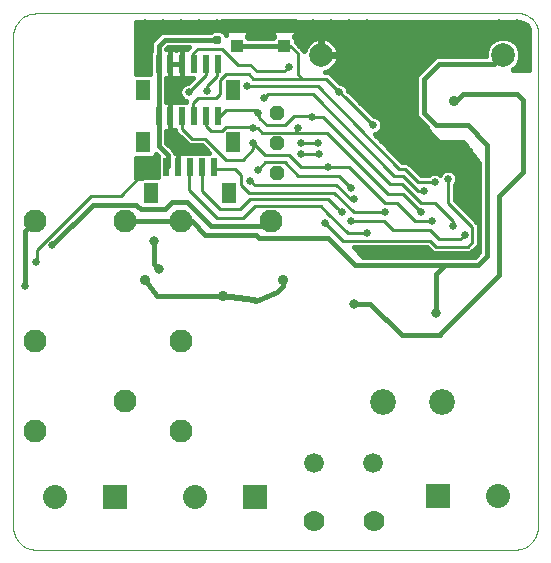
<source format=gtl>
G75*
%MOIN*%
%OFA0B0*%
%FSLAX24Y24*%
%IPPOS*%
%LPD*%
%AMOC8*
5,1,8,0,0,1.08239X$1,22.5*
%
%ADD10C,0.0000*%
%ADD11C,0.0787*%
%ADD12C,0.0860*%
%ADD13C,0.0660*%
%ADD14C,0.0700*%
%ADD15C,0.0768*%
%ADD16OC8,0.0480*%
%ADD17R,0.0800X0.0800*%
%ADD18C,0.0800*%
%ADD19R,0.0236X0.0610*%
%ADD20R,0.0472X0.0709*%
%ADD21R,0.0394X0.0394*%
%ADD22C,0.0310*%
%ADD23C,0.0160*%
%ADD24C,0.0250*%
%ADD25C,0.0450*%
%ADD26C,0.0100*%
%ADD27C,0.0356*%
%ADD28C,0.0317*%
%ADD29C,0.0180*%
%ADD30C,0.0200*%
D10*
X004460Y000876D02*
X004460Y017246D01*
X004462Y017300D01*
X004468Y017353D01*
X004477Y017405D01*
X004490Y017457D01*
X004507Y017508D01*
X004528Y017558D01*
X004552Y017605D01*
X004579Y017651D01*
X004610Y017695D01*
X004643Y017737D01*
X004680Y017776D01*
X004719Y017813D01*
X004761Y017846D01*
X004805Y017877D01*
X004851Y017904D01*
X004898Y017928D01*
X004948Y017949D01*
X004999Y017966D01*
X005051Y017979D01*
X005103Y017988D01*
X005156Y017994D01*
X005210Y017996D01*
X021202Y017996D01*
X021251Y018002D01*
X021300Y018004D01*
X021349Y018002D01*
X021398Y017997D01*
X021446Y017988D01*
X021494Y017975D01*
X021541Y017959D01*
X021586Y017940D01*
X021629Y017917D01*
X021671Y017891D01*
X021711Y017862D01*
X021748Y017830D01*
X021783Y017795D01*
X021815Y017758D01*
X021845Y017718D01*
X021871Y017677D01*
X021894Y017633D01*
X021914Y017588D01*
X021930Y017542D01*
X021943Y017494D01*
X021952Y017446D01*
X021952Y000876D01*
X021950Y000822D01*
X021944Y000769D01*
X021935Y000717D01*
X021922Y000665D01*
X021905Y000614D01*
X021884Y000564D01*
X021860Y000517D01*
X021833Y000471D01*
X021802Y000427D01*
X021769Y000385D01*
X021732Y000346D01*
X021693Y000309D01*
X021651Y000276D01*
X021607Y000245D01*
X021561Y000218D01*
X021514Y000194D01*
X021464Y000173D01*
X021413Y000156D01*
X021361Y000143D01*
X021309Y000134D01*
X021256Y000128D01*
X021202Y000126D01*
X005210Y000126D01*
X005156Y000128D01*
X005103Y000134D01*
X005051Y000143D01*
X004999Y000156D01*
X004948Y000173D01*
X004898Y000194D01*
X004851Y000218D01*
X004805Y000245D01*
X004761Y000276D01*
X004719Y000309D01*
X004680Y000346D01*
X004643Y000385D01*
X004610Y000427D01*
X004579Y000471D01*
X004552Y000517D01*
X004528Y000564D01*
X004507Y000614D01*
X004490Y000665D01*
X004477Y000717D01*
X004468Y000769D01*
X004462Y000822D01*
X004460Y000876D01*
D11*
X014728Y016613D03*
X020791Y016613D03*
D12*
X018744Y005038D03*
X016775Y005038D03*
D13*
X016444Y003026D03*
X014475Y003026D03*
D14*
X014480Y001076D03*
X016480Y001076D03*
D15*
X010050Y004076D03*
X008200Y005076D03*
X010050Y007076D03*
X010050Y011076D03*
X008200Y011076D03*
X005200Y011076D03*
X005200Y007076D03*
X005200Y004076D03*
X013050Y011076D03*
D16*
X013260Y012676D03*
X013260Y013676D03*
X013260Y014676D03*
D17*
X012510Y001876D03*
X007860Y001876D03*
X018610Y001926D03*
D18*
X020610Y001926D03*
X010510Y001876D03*
X005860Y001876D03*
D19*
X009572Y012876D03*
X009966Y012876D03*
X010360Y012876D03*
X010753Y012876D03*
X011147Y012876D03*
X011278Y014576D03*
X010884Y014576D03*
X010491Y014576D03*
X010097Y014576D03*
X009703Y014576D03*
X009310Y014576D03*
X009310Y016326D03*
X009703Y016326D03*
X010097Y016326D03*
X010491Y016326D03*
X010884Y016326D03*
X011278Y016326D03*
D20*
X011790Y015450D03*
X011790Y013700D03*
X011659Y012000D03*
X009060Y012000D03*
X008798Y013700D03*
X008798Y015450D03*
D21*
X011922Y016911D03*
X011922Y017541D03*
X013497Y017541D03*
X013497Y016911D03*
D22*
X011260Y017126D03*
D23*
X009510Y017126D01*
X009310Y016926D01*
X009310Y016326D01*
X009310Y014576D01*
X009310Y013576D01*
X009610Y013276D01*
X009610Y012913D01*
X009572Y012876D01*
X009572Y012963D01*
X009274Y012964D02*
X008540Y012964D01*
X008540Y012806D02*
X009274Y012806D01*
X009274Y012647D02*
X008540Y012647D01*
X008540Y012526D02*
X008540Y013165D01*
X009108Y013165D01*
X009214Y013271D01*
X009214Y013303D01*
X009274Y013243D01*
X009274Y012534D01*
X008750Y012534D01*
X008741Y012526D01*
X008540Y012526D01*
X008540Y013123D02*
X009274Y013123D01*
X009236Y013281D02*
X009214Y013281D01*
X009570Y013683D02*
X009570Y014090D01*
X009703Y014090D01*
X009703Y014576D01*
X009703Y015061D01*
X009570Y015061D01*
X009570Y015840D01*
X009703Y015840D01*
X009703Y016326D01*
X009703Y016811D01*
X009570Y016811D01*
X009570Y016818D01*
X009617Y016866D01*
X010324Y016866D01*
X010263Y016804D01*
X010239Y016811D01*
X010097Y016811D01*
X010097Y016326D01*
X010097Y016326D01*
X010097Y016811D01*
X009955Y016811D01*
X009909Y016798D01*
X009900Y016793D01*
X009891Y016798D01*
X009845Y016811D01*
X009703Y016811D01*
X009703Y016326D01*
X009703Y016326D01*
X010097Y016326D01*
X010097Y016326D01*
X009799Y016326D01*
X009703Y016326D01*
X009703Y016326D01*
X009703Y016326D01*
X009703Y015840D01*
X009845Y015840D01*
X009891Y015853D01*
X009900Y015858D01*
X009909Y015853D01*
X009955Y015840D01*
X010097Y015840D01*
X010239Y015840D01*
X010285Y015853D01*
X010298Y015840D01*
X010449Y015840D01*
X010289Y015681D01*
X010249Y015681D01*
X010137Y015634D01*
X010051Y015548D01*
X010005Y015436D01*
X010005Y015315D01*
X010051Y015203D01*
X010137Y015117D01*
X010230Y015079D01*
X010230Y015061D01*
X009904Y015061D01*
X009892Y015048D01*
X009891Y015048D01*
X009845Y015061D01*
X009703Y015061D01*
X009703Y014576D01*
X009703Y014576D01*
X009703Y014576D01*
X009703Y014090D01*
X009845Y014090D01*
X009867Y014096D01*
X009867Y014043D01*
X010180Y013730D01*
X010314Y013596D01*
X010764Y013596D01*
X010999Y013361D01*
X010954Y013361D01*
X010950Y013357D01*
X010946Y013361D01*
X010561Y013361D01*
X010556Y013357D01*
X010552Y013361D01*
X010167Y013361D01*
X010154Y013348D01*
X010153Y013348D01*
X010108Y013361D01*
X009966Y013361D01*
X009966Y012876D01*
X009966Y012876D01*
X009966Y013361D01*
X009856Y013361D01*
X009830Y013423D01*
X009757Y013496D01*
X009570Y013683D01*
X009570Y013757D02*
X010153Y013757D01*
X009995Y013915D02*
X009570Y013915D01*
X009570Y014074D02*
X009867Y014074D01*
X009703Y014232D02*
X009703Y014232D01*
X009703Y014391D02*
X009703Y014391D01*
X009703Y014549D02*
X009703Y014549D01*
X009703Y014708D02*
X009703Y014708D01*
X009703Y014866D02*
X009703Y014866D01*
X009703Y015025D02*
X009703Y015025D01*
X009570Y015183D02*
X010071Y015183D01*
X010005Y015342D02*
X009570Y015342D01*
X009570Y015500D02*
X010031Y015500D01*
X010196Y015659D02*
X009570Y015659D01*
X009570Y015817D02*
X010426Y015817D01*
X010285Y015853D02*
X010285Y015853D01*
X010097Y015840D02*
X010097Y016326D01*
X010097Y016326D01*
X010097Y015840D01*
X010097Y015976D02*
X010097Y015976D01*
X010097Y016134D02*
X010097Y016134D01*
X010097Y016293D02*
X010097Y016293D01*
X010097Y016451D02*
X010097Y016451D01*
X010097Y016610D02*
X010097Y016610D01*
X010097Y016768D02*
X010097Y016768D01*
X009703Y016768D02*
X009703Y016768D01*
X009703Y016610D02*
X009703Y016610D01*
X009703Y016451D02*
X009703Y016451D01*
X009703Y016293D02*
X009703Y016293D01*
X009703Y016134D02*
X009703Y016134D01*
X009703Y015976D02*
X009703Y015976D01*
X009011Y015984D02*
X008540Y015984D01*
X008540Y017716D01*
X011545Y017716D01*
X011545Y017559D01*
X011904Y017559D01*
X011904Y017522D01*
X011545Y017522D01*
X011545Y017320D01*
X011552Y017295D01*
X011544Y017315D01*
X011449Y017410D01*
X011326Y017461D01*
X011193Y017461D01*
X011070Y017410D01*
X011046Y017386D01*
X009458Y017386D01*
X009362Y017346D01*
X009089Y017073D01*
X009050Y016977D01*
X009050Y016743D01*
X009011Y016705D01*
X009011Y015984D01*
X009011Y016134D02*
X008540Y016134D01*
X008540Y016293D02*
X009011Y016293D01*
X009011Y016451D02*
X008540Y016451D01*
X008540Y016610D02*
X009011Y016610D01*
X009050Y016768D02*
X008540Y016768D01*
X008540Y016927D02*
X009050Y016927D01*
X009101Y017085D02*
X008540Y017085D01*
X008540Y017244D02*
X009260Y017244D01*
X008540Y017402D02*
X011062Y017402D01*
X011457Y017402D02*
X011545Y017402D01*
X011545Y017561D02*
X008540Y017561D01*
X011941Y017559D02*
X012299Y017559D01*
X012299Y017716D01*
X013120Y017716D01*
X013120Y017559D01*
X013478Y017559D01*
X013478Y017522D01*
X013120Y017522D01*
X013120Y017320D01*
X013132Y017274D01*
X013156Y017233D01*
X013164Y017226D01*
X013120Y017182D01*
X013120Y017171D01*
X012299Y017171D01*
X012299Y017182D01*
X012255Y017226D01*
X012263Y017233D01*
X012287Y017274D01*
X012299Y017320D01*
X012299Y017522D01*
X011941Y017522D01*
X011941Y017559D01*
X012299Y017561D02*
X013120Y017561D01*
X013120Y017402D02*
X012299Y017402D01*
X012269Y017244D02*
X013150Y017244D01*
X013497Y016911D02*
X011922Y016911D01*
X013515Y017522D02*
X013515Y017559D01*
X013874Y017559D01*
X013874Y017716D01*
X021168Y017716D01*
X021189Y017710D01*
X021223Y017716D01*
X021257Y017716D01*
X021268Y017720D01*
X021318Y017723D01*
X021461Y017688D01*
X021580Y017601D01*
X021657Y017475D01*
X021672Y017416D01*
X021672Y016126D01*
X021113Y016126D01*
X021116Y016127D01*
X021277Y016288D01*
X021365Y016499D01*
X021365Y016727D01*
X021277Y016938D01*
X021116Y017099D01*
X020905Y017187D01*
X020677Y017187D01*
X020466Y017099D01*
X020305Y016938D01*
X020217Y016727D01*
X020217Y016586D01*
X018608Y016586D01*
X018512Y016546D01*
X018012Y016046D01*
X017939Y015973D01*
X017900Y015877D01*
X017900Y014624D01*
X017939Y014528D01*
X018012Y014455D01*
X018260Y014208D01*
X018260Y014126D01*
X018660Y013726D01*
X019460Y013726D01*
X020000Y013006D01*
X020000Y010033D01*
X019852Y009886D01*
X016108Y009886D01*
X015839Y010196D01*
X018264Y010196D01*
X018464Y009996D01*
X019705Y009996D01*
X019840Y010130D01*
X019990Y010280D01*
X019990Y010971D01*
X019855Y011106D01*
X019190Y011771D01*
X019190Y012274D01*
X019218Y012303D01*
X019265Y012415D01*
X019265Y012536D01*
X019218Y012648D01*
X019132Y012734D01*
X019020Y012781D01*
X018899Y012781D01*
X018787Y012734D01*
X018701Y012648D01*
X018691Y012625D01*
X018682Y012634D01*
X018570Y012681D01*
X018449Y012681D01*
X018337Y012634D01*
X018308Y012606D01*
X018055Y012606D01*
X017740Y012921D01*
X017605Y013056D01*
X017406Y013056D01*
X016508Y013971D01*
X016520Y013971D01*
X016632Y014017D01*
X016718Y014103D01*
X016765Y014215D01*
X016765Y014336D01*
X016718Y014448D01*
X016632Y014534D01*
X016520Y014581D01*
X016480Y014581D01*
X015731Y015329D01*
X015730Y015341D01*
X015665Y015396D01*
X015635Y015426D01*
X015635Y015436D01*
X015588Y015548D01*
X015502Y015634D01*
X015390Y015681D01*
X015350Y015681D01*
X014975Y016056D01*
X014869Y016056D01*
X014948Y016081D01*
X015029Y016122D01*
X015102Y016175D01*
X015166Y016239D01*
X015219Y016312D01*
X015260Y016393D01*
X015288Y016479D01*
X015302Y016568D01*
X015302Y016585D01*
X014756Y016585D01*
X014756Y016641D01*
X014700Y016641D01*
X014700Y017187D01*
X014683Y017187D01*
X014594Y017173D01*
X014508Y017145D01*
X014427Y017104D01*
X014354Y017051D01*
X014290Y016987D01*
X014237Y016914D01*
X014196Y016833D01*
X014170Y016751D01*
X014170Y016761D01*
X014035Y016896D01*
X013874Y017057D01*
X013874Y017182D01*
X013830Y017226D01*
X013838Y017233D01*
X013861Y017274D01*
X013874Y017320D01*
X013874Y017522D01*
X013515Y017522D01*
X013874Y017561D02*
X021604Y017561D01*
X021672Y017402D02*
X013874Y017402D01*
X013844Y017244D02*
X021672Y017244D01*
X021672Y017085D02*
X021130Y017085D01*
X021282Y016927D02*
X021672Y016927D01*
X021672Y016768D02*
X021348Y016768D01*
X021365Y016610D02*
X021672Y016610D01*
X021672Y016451D02*
X021345Y016451D01*
X021279Y016293D02*
X021672Y016293D01*
X021672Y016134D02*
X021123Y016134D01*
X020791Y016613D02*
X020504Y016326D01*
X020360Y016326D01*
X018660Y016326D01*
X018160Y015826D01*
X018160Y014676D01*
X018560Y014276D01*
X019610Y014276D01*
X020260Y013626D01*
X020260Y009926D01*
X019960Y009626D01*
X018860Y009626D01*
X018560Y009326D01*
X018560Y008026D01*
X018689Y007305D02*
X018685Y007293D01*
X018678Y007283D01*
X018668Y007275D01*
X018860Y009626D02*
X015860Y009626D01*
X014960Y010526D01*
X012660Y010526D01*
X012560Y010626D01*
X010860Y010626D01*
X010410Y011076D01*
X010050Y011076D01*
X008200Y011076D01*
X008710Y011476D02*
X008560Y011626D01*
X007110Y011626D01*
X005760Y010276D01*
X005200Y011076D02*
X004860Y010736D01*
X004860Y008926D01*
X008710Y011476D02*
X009510Y011476D01*
X009760Y011726D01*
X010260Y011726D01*
X011060Y010926D01*
X012900Y010926D01*
X013050Y011076D01*
X013460Y009126D02*
X013460Y008926D01*
X013260Y008726D01*
X012560Y008426D01*
X011460Y008576D02*
X009260Y008576D01*
X008860Y009126D01*
X009310Y009476D02*
X009189Y009596D01*
X009160Y009667D02*
X009160Y010426D01*
X009160Y009667D02*
X009162Y009647D01*
X009168Y009629D01*
X009177Y009611D01*
X009189Y009596D01*
X009966Y012964D02*
X009966Y012964D01*
X009966Y013123D02*
X009966Y013123D01*
X009966Y013281D02*
X009966Y013281D01*
X009813Y013440D02*
X010920Y013440D01*
X010312Y013598D02*
X009655Y013598D01*
X013874Y017085D02*
X014402Y017085D01*
X014247Y016927D02*
X014004Y016927D01*
X014162Y016768D02*
X014175Y016768D01*
X014700Y016768D02*
X014756Y016768D01*
X014756Y016641D02*
X014756Y017187D01*
X014773Y017187D01*
X014862Y017173D01*
X014948Y017145D01*
X015029Y017104D01*
X015102Y017051D01*
X015166Y016987D01*
X015219Y016914D01*
X015260Y016833D01*
X015288Y016747D01*
X015302Y016658D01*
X015302Y016641D01*
X014756Y016641D01*
X014756Y016610D02*
X020217Y016610D01*
X020234Y016768D02*
X015281Y016768D01*
X015209Y016927D02*
X020300Y016927D01*
X020452Y017085D02*
X015054Y017085D01*
X014756Y017085D02*
X014700Y017085D01*
X014700Y016927D02*
X014756Y016927D01*
X015279Y016451D02*
X018417Y016451D01*
X018259Y016293D02*
X015204Y016293D01*
X015045Y016134D02*
X018100Y016134D01*
X018012Y016046D02*
X018012Y016046D01*
X017942Y015976D02*
X015055Y015976D01*
X015213Y015817D02*
X017900Y015817D01*
X017900Y015659D02*
X015443Y015659D01*
X015608Y015500D02*
X017900Y015500D01*
X017900Y015342D02*
X015730Y015342D01*
X015877Y015183D02*
X017900Y015183D01*
X017900Y015025D02*
X016036Y015025D01*
X016194Y014866D02*
X017900Y014866D01*
X017900Y014708D02*
X016353Y014708D01*
X016596Y014549D02*
X017930Y014549D01*
X018077Y014391D02*
X016742Y014391D01*
X016765Y014232D02*
X018235Y014232D01*
X018311Y014074D02*
X016689Y014074D01*
X016562Y013915D02*
X018470Y013915D01*
X018628Y013757D02*
X016718Y013757D01*
X016873Y013598D02*
X019555Y013598D01*
X019674Y013440D02*
X017029Y013440D01*
X017185Y013281D02*
X019793Y013281D01*
X019912Y013123D02*
X017340Y013123D01*
X017696Y012964D02*
X020000Y012964D01*
X020000Y012806D02*
X017855Y012806D01*
X018013Y012647D02*
X018368Y012647D01*
X018651Y012647D02*
X018700Y012647D01*
X019219Y012647D02*
X020000Y012647D01*
X020000Y012489D02*
X019265Y012489D01*
X019229Y012330D02*
X020000Y012330D01*
X020000Y012172D02*
X019190Y012172D01*
X019190Y012013D02*
X020000Y012013D01*
X020000Y011855D02*
X019190Y011855D01*
X019264Y011696D02*
X020000Y011696D01*
X020000Y011538D02*
X019423Y011538D01*
X019581Y011379D02*
X020000Y011379D01*
X020000Y011221D02*
X019740Y011221D01*
X019898Y011062D02*
X020000Y011062D01*
X019990Y010904D02*
X020000Y010904D01*
X019990Y010745D02*
X020000Y010745D01*
X019990Y010587D02*
X020000Y010587D01*
X019990Y010428D02*
X020000Y010428D01*
X020000Y010270D02*
X019979Y010270D01*
X020000Y010111D02*
X019820Y010111D01*
X019919Y009953D02*
X016049Y009953D01*
X015912Y010111D02*
X018349Y010111D01*
X019160Y015076D02*
X019210Y015076D01*
X021266Y017719D02*
X021334Y017719D01*
D24*
X021260Y017666D03*
X021560Y017166D03*
X021560Y016566D03*
X020660Y017666D03*
X017660Y016066D03*
X017260Y016066D03*
X016260Y017666D03*
X015660Y017666D03*
X015060Y017666D03*
X014460Y017666D03*
X013860Y017666D03*
X013640Y016226D03*
X012810Y015176D03*
X012610Y014676D03*
X012460Y014176D03*
X012460Y013676D03*
X012610Y012776D03*
X012360Y012426D03*
X014060Y013326D03*
X014060Y013676D03*
X014610Y013676D03*
X014660Y013326D03*
X014960Y012876D03*
X015720Y012176D03*
X015810Y011826D03*
X015410Y011376D03*
X015710Y011076D03*
X016260Y010676D03*
X016860Y011376D03*
X018060Y011376D03*
X018410Y011076D03*
X019110Y010926D03*
X019510Y010626D03*
X018160Y012076D03*
X018510Y012376D03*
X018960Y012476D03*
X019160Y012926D03*
X018760Y012926D03*
X018360Y012926D03*
X017960Y012926D03*
X017560Y013326D03*
X016460Y014276D03*
X017560Y014376D03*
X015330Y015376D03*
X014433Y014549D03*
X013960Y014176D03*
X012260Y015576D03*
X010910Y015426D03*
X010310Y015376D03*
X009710Y015666D03*
X009710Y015066D03*
X009710Y014066D03*
X009710Y013666D03*
X009110Y013066D03*
X009110Y012666D03*
X005760Y010276D03*
X005210Y009726D03*
X004860Y008926D03*
X014860Y011026D03*
X016660Y009976D03*
X017060Y009976D03*
X011260Y017666D03*
X010660Y017666D03*
X010060Y017666D03*
X009460Y017666D03*
X008860Y017666D03*
D25*
X011460Y017566D02*
X013860Y017566D01*
D26*
X013694Y016911D02*
X013497Y016911D01*
X013503Y016904D01*
X013694Y016911D02*
X013940Y016666D01*
X013940Y015966D01*
X014080Y015826D01*
X014880Y015826D01*
X015330Y015376D01*
X015510Y015226D01*
X016460Y014276D01*
X016410Y014326D01*
X014910Y014026D02*
X016960Y011976D01*
X017460Y011976D01*
X018060Y011376D01*
X017860Y011076D02*
X018410Y011076D01*
X018360Y010776D02*
X018660Y010476D01*
X019360Y010476D01*
X019510Y010626D01*
X019760Y010876D02*
X019760Y010376D01*
X019610Y010226D01*
X018560Y010226D01*
X018360Y010426D01*
X015460Y010426D01*
X014860Y011026D01*
X014960Y011326D02*
X015610Y010676D01*
X016260Y010676D01*
X016810Y011076D02*
X017110Y010776D01*
X018360Y010776D01*
X017860Y011076D02*
X017260Y011676D01*
X016860Y011676D01*
X015660Y012876D01*
X014960Y012876D01*
X014060Y012876D01*
X013660Y013276D01*
X012860Y013276D01*
X012460Y013676D01*
X012460Y013476D01*
X012110Y013126D01*
X011560Y013126D01*
X010860Y013826D01*
X010410Y013826D01*
X010097Y014138D01*
X010097Y014576D01*
X010460Y014607D02*
X010491Y014576D01*
X010460Y014607D02*
X010460Y015026D01*
X010610Y015176D01*
X011210Y015176D01*
X011360Y015326D01*
X011360Y015776D01*
X011560Y015976D01*
X012310Y015976D01*
X012460Y015826D01*
X013053Y015826D01*
X013960Y015826D01*
X014080Y015826D01*
X014610Y015576D02*
X012260Y015576D01*
X012580Y016066D02*
X013480Y016066D01*
X013640Y016226D01*
X012580Y016066D02*
X012370Y016276D01*
X011960Y016276D01*
X011410Y016826D01*
X010610Y016826D01*
X010460Y016676D01*
X010460Y016357D01*
X010491Y016326D01*
X010460Y016294D01*
X010884Y016326D02*
X010884Y015950D01*
X010310Y015376D01*
X010910Y015426D02*
X010910Y015576D01*
X011260Y015926D01*
X011260Y016307D01*
X011278Y016326D01*
X011560Y014776D02*
X012510Y014776D01*
X012610Y014676D01*
X012660Y014676D01*
X012660Y014526D01*
X012910Y014276D01*
X013510Y014276D01*
X013810Y014576D01*
X014207Y014576D01*
X014433Y014549D01*
X014786Y014549D01*
X017010Y012326D01*
X017410Y012326D01*
X018060Y011676D01*
X018510Y011676D01*
X019110Y011076D01*
X019110Y010926D01*
X019760Y010876D02*
X018960Y011676D01*
X018960Y012476D01*
X018510Y012376D02*
X017960Y012376D01*
X017510Y012826D01*
X017310Y012826D01*
X014610Y015576D01*
X014460Y015326D02*
X012960Y015326D01*
X012810Y015176D01*
X012610Y014176D02*
X012460Y014176D01*
X012410Y014226D01*
X011560Y014226D01*
X011410Y014076D01*
X011060Y014076D01*
X010884Y014251D01*
X010884Y014576D01*
X011278Y014576D02*
X011360Y014576D01*
X011560Y014776D01*
X012610Y014176D02*
X012760Y014026D01*
X013860Y014026D01*
X013960Y014126D01*
X013960Y014176D01*
X013860Y014026D02*
X014910Y014026D01*
X014610Y013676D02*
X014060Y013676D01*
X014060Y013326D02*
X014660Y013326D01*
X015320Y012576D02*
X013960Y012576D01*
X013510Y013036D01*
X012860Y013036D01*
X012610Y012776D01*
X012360Y012426D02*
X012510Y012276D01*
X013910Y012276D01*
X015210Y012276D01*
X015710Y011826D01*
X015810Y011826D01*
X015720Y012176D02*
X015320Y012576D01*
X015160Y012026D02*
X015810Y011376D01*
X016860Y011376D01*
X016810Y011076D02*
X015710Y011076D01*
X015410Y011376D02*
X015260Y011526D01*
X014960Y011806D01*
X012360Y011806D01*
X012030Y011476D01*
X011360Y011476D01*
X010760Y012076D01*
X010760Y012869D01*
X010753Y012876D01*
X010360Y012876D02*
X010310Y012826D01*
X010310Y012126D01*
X011235Y011201D01*
X011260Y011176D01*
X012110Y011176D01*
X012510Y011576D01*
X014710Y011576D01*
X014960Y011326D01*
X015160Y012026D02*
X013810Y012026D01*
X012310Y012026D01*
X012060Y012276D01*
X012060Y012626D01*
X011872Y012813D01*
X011210Y012813D01*
X011147Y012876D01*
X012459Y013576D02*
X012459Y013675D01*
X012460Y013676D01*
X013810Y012026D02*
X013860Y012026D01*
X013810Y012026D01*
X014460Y015326D02*
X017160Y012576D01*
X017460Y012576D01*
X017960Y012076D01*
X018160Y012076D01*
X009110Y012666D02*
X008800Y012666D01*
X008060Y011926D01*
X007060Y011926D01*
X005260Y010126D01*
X005260Y009776D01*
X005210Y009726D01*
X005760Y010276D02*
X005810Y010276D01*
D27*
X008860Y009126D03*
X011460Y008576D03*
X013460Y009126D03*
X019160Y015076D03*
D28*
X015810Y008326D03*
X018560Y008026D03*
X009310Y009476D03*
X009160Y010426D03*
D29*
X015810Y008326D02*
X016360Y008326D01*
X017410Y007276D01*
X018668Y007276D01*
X018689Y007305D02*
X019660Y008276D01*
X020660Y009276D01*
X020660Y011926D01*
X021460Y012726D01*
X021460Y015126D01*
X021260Y015326D01*
X019460Y015326D01*
X019210Y015076D01*
D30*
X012560Y008426D02*
X012488Y008435D01*
X011460Y008576D01*
M02*

</source>
